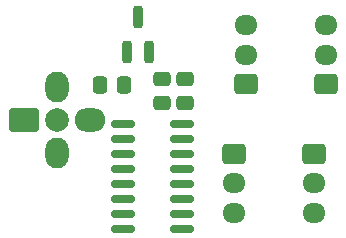
<source format=gbr>
%TF.GenerationSoftware,KiCad,Pcbnew,9.0.4*%
%TF.CreationDate,2025-12-19T12:51:36+01:00*%
%TF.ProjectId,neverx_daugther,6e657665-7278-45f6-9461-756774686572,rev?*%
%TF.SameCoordinates,Original*%
%TF.FileFunction,Soldermask,Bot*%
%TF.FilePolarity,Negative*%
%FSLAX46Y46*%
G04 Gerber Fmt 4.6, Leading zero omitted, Abs format (unit mm)*
G04 Created by KiCad (PCBNEW 9.0.4) date 2025-12-19 12:51:36*
%MOMM*%
%LPD*%
G01*
G04 APERTURE LIST*
G04 Aperture macros list*
%AMRoundRect*
0 Rectangle with rounded corners*
0 $1 Rounding radius*
0 $2 $3 $4 $5 $6 $7 $8 $9 X,Y pos of 4 corners*
0 Add a 4 corners polygon primitive as box body*
4,1,4,$2,$3,$4,$5,$6,$7,$8,$9,$2,$3,0*
0 Add four circle primitives for the rounded corners*
1,1,$1+$1,$2,$3*
1,1,$1+$1,$4,$5*
1,1,$1+$1,$6,$7*
1,1,$1+$1,$8,$9*
0 Add four rect primitives between the rounded corners*
20,1,$1+$1,$2,$3,$4,$5,0*
20,1,$1+$1,$4,$5,$6,$7,0*
20,1,$1+$1,$6,$7,$8,$9,0*
20,1,$1+$1,$8,$9,$2,$3,0*%
G04 Aperture macros list end*
%ADD10RoundRect,0.300000X-1.000000X-0.700000X1.000000X-0.700000X1.000000X0.700000X-1.000000X0.700000X0*%
%ADD11RoundRect,1.000000X0.000010X-0.300000X0.000010X0.300000X-0.000010X0.300000X-0.000010X-0.300000X0*%
%ADD12RoundRect,1.000000X-0.300000X-0.000010X0.300000X-0.000010X0.300000X0.000010X-0.300000X0.000010X0*%
%ADD13RoundRect,1.000000X-0.000010X0.300000X-0.000010X-0.300000X0.000010X-0.300000X0.000010X0.300000X0*%
%ADD14C,2.000000*%
%ADD15RoundRect,0.250000X0.475000X-0.337500X0.475000X0.337500X-0.475000X0.337500X-0.475000X-0.337500X0*%
%ADD16RoundRect,0.250000X0.725000X-0.600000X0.725000X0.600000X-0.725000X0.600000X-0.725000X-0.600000X0*%
%ADD17O,1.950000X1.700000*%
%ADD18RoundRect,0.250000X-0.725000X0.600000X-0.725000X-0.600000X0.725000X-0.600000X0.725000X0.600000X0*%
%ADD19RoundRect,0.200000X0.200000X-0.750000X0.200000X0.750000X-0.200000X0.750000X-0.200000X-0.750000X0*%
%ADD20RoundRect,0.150000X0.825000X0.150000X-0.825000X0.150000X-0.825000X-0.150000X0.825000X-0.150000X0*%
%ADD21RoundRect,0.250000X0.337500X0.475000X-0.337500X0.475000X-0.337500X-0.475000X0.337500X-0.475000X0*%
G04 APERTURE END LIST*
D10*
%TO.C,J1*%
X97200000Y-100000000D03*
D11*
X100000000Y-97200000D03*
D12*
X102800000Y-100000000D03*
D13*
X100000000Y-102800000D03*
D14*
X100000000Y-100000000D03*
%TD*%
D15*
%TO.C,C1*%
X110900000Y-98637500D03*
X110900000Y-96562500D03*
%TD*%
D16*
%TO.C,J2*%
X122800000Y-97000000D03*
D17*
X122800000Y-94500000D03*
X122800000Y-92000000D03*
%TD*%
D18*
%TO.C,J4*%
X121775000Y-102900000D03*
D17*
X121775000Y-105400000D03*
X121775000Y-107900000D03*
%TD*%
D19*
%TO.C,Q1*%
X107850000Y-94300000D03*
X105950000Y-94300000D03*
X106900000Y-91300000D03*
%TD*%
D20*
%TO.C,U1*%
X110575000Y-100355000D03*
X110575000Y-101625000D03*
X110575000Y-102895000D03*
X110575000Y-104165000D03*
X110575000Y-105435000D03*
X110575000Y-106705000D03*
X110575000Y-107975000D03*
X110575000Y-109245000D03*
X105625000Y-109245000D03*
X105625000Y-107975000D03*
X105625000Y-106705000D03*
X105625000Y-105435000D03*
X105625000Y-104165000D03*
X105625000Y-102895000D03*
X105625000Y-101625000D03*
X105625000Y-100355000D03*
%TD*%
D15*
%TO.C,C3*%
X108900000Y-98637500D03*
X108900000Y-96562500D03*
%TD*%
D21*
%TO.C,C2*%
X105737500Y-97100000D03*
X103662500Y-97100000D03*
%TD*%
D18*
%TO.C,J5*%
X114975000Y-102900000D03*
D17*
X114975000Y-105400000D03*
X114975000Y-107900000D03*
%TD*%
D16*
%TO.C,J3*%
X116000000Y-97000000D03*
D17*
X116000000Y-94500000D03*
X116000000Y-92000000D03*
%TD*%
M02*

</source>
